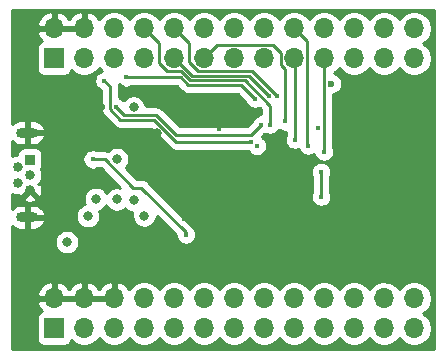
<source format=gbr>
%TF.GenerationSoftware,KiCad,Pcbnew,(5.1.8-0-10_14)*%
%TF.CreationDate,2020-11-28T23:42:33+01:00*%
%TF.ProjectId,FT2232Breakout,46543232-3332-4427-9265-616b6f75742e,rev?*%
%TF.SameCoordinates,Original*%
%TF.FileFunction,Copper,L4,Bot*%
%TF.FilePolarity,Positive*%
%FSLAX46Y46*%
G04 Gerber Fmt 4.6, Leading zero omitted, Abs format (unit mm)*
G04 Created by KiCad (PCBNEW (5.1.8-0-10_14)) date 2020-11-28 23:42:33*
%MOMM*%
%LPD*%
G01*
G04 APERTURE LIST*
%TA.AperFunction,ComponentPad*%
%ADD10O,1.700000X1.700000*%
%TD*%
%TA.AperFunction,ComponentPad*%
%ADD11R,1.700000X1.700000*%
%TD*%
%TA.AperFunction,ComponentPad*%
%ADD12O,1.850000X0.850000*%
%TD*%
%TA.AperFunction,ComponentPad*%
%ADD13C,0.840000*%
%TD*%
%TA.AperFunction,ComponentPad*%
%ADD14R,0.840000X0.840000*%
%TD*%
%TA.AperFunction,ViaPad*%
%ADD15C,0.600000*%
%TD*%
%TA.AperFunction,ViaPad*%
%ADD16C,0.800000*%
%TD*%
%TA.AperFunction,ViaPad*%
%ADD17C,0.450000*%
%TD*%
%TA.AperFunction,Conductor*%
%ADD18C,0.250000*%
%TD*%
%TA.AperFunction,Conductor*%
%ADD19C,0.254000*%
%TD*%
%TA.AperFunction,Conductor*%
%ADD20C,0.100000*%
%TD*%
G04 APERTURE END LIST*
D10*
%TO.P,J103,26*%
%TO.N,/AC7*%
X139700000Y-99060000D03*
%TO.P,J103,25*%
%TO.N,/SUSPEND#*%
X139700000Y-101600000D03*
%TO.P,J103,24*%
%TO.N,/AC5*%
X137160000Y-99060000D03*
%TO.P,J103,23*%
%TO.N,/AC6*%
X137160000Y-101600000D03*
%TO.P,J103,22*%
%TO.N,/AC4*%
X134620000Y-99060000D03*
%TO.P,J103,21*%
%TO.N,/VIO*%
X134620000Y-101600000D03*
%TO.P,J103,20*%
%TO.N,/AC2*%
X132080000Y-99060000D03*
%TO.P,J103,19*%
%TO.N,/AC3*%
X132080000Y-101600000D03*
%TO.P,J103,18*%
%TO.N,/AC0*%
X129540000Y-99060000D03*
%TO.P,J103,17*%
%TO.N,/AC1*%
X129540000Y-101600000D03*
%TO.P,J103,16*%
%TO.N,/AD6*%
X127000000Y-99060000D03*
%TO.P,J103,15*%
%TO.N,/AD7*%
X127000000Y-101600000D03*
%TO.P,J103,14*%
%TO.N,/AD4*%
X124460000Y-99060000D03*
%TO.P,J103,13*%
%TO.N,/AD5*%
X124460000Y-101600000D03*
%TO.P,J103,12*%
%TO.N,/AD3*%
X121920000Y-99060000D03*
%TO.P,J103,11*%
%TO.N,/VIO*%
X121920000Y-101600000D03*
%TO.P,J103,10*%
%TO.N,/AD1*%
X119380000Y-99060000D03*
%TO.P,J103,9*%
%TO.N,/AD2*%
X119380000Y-101600000D03*
%TO.P,J103,8*%
%TO.N,/RESET#*%
X116840000Y-99060000D03*
%TO.P,J103,7*%
%TO.N,/AD0*%
X116840000Y-101600000D03*
%TO.P,J103,6*%
%TO.N,GND*%
X114300000Y-99060000D03*
%TO.P,J103,5*%
%TO.N,+3V3*%
X114300000Y-101600000D03*
%TO.P,J103,4*%
%TO.N,GND*%
X111760000Y-99060000D03*
%TO.P,J103,3*%
%TO.N,+3V3*%
X111760000Y-101600000D03*
%TO.P,J103,2*%
%TO.N,GND*%
X109220000Y-99060000D03*
D11*
%TO.P,J103,1*%
%TO.N,+3V3*%
X109220000Y-101600000D03*
%TD*%
D10*
%TO.P,J102,26*%
%TO.N,/BD0*%
X139700000Y-76200000D03*
%TO.P,J102,25*%
%TO.N,/BD1*%
X139700000Y-78740000D03*
%TO.P,J102,24*%
%TO.N,/BD2*%
X137160000Y-76200000D03*
%TO.P,J102,23*%
%TO.N,/BD3*%
X137160000Y-78740000D03*
%TO.P,J102,22*%
%TO.N,/VIO*%
X134620000Y-76200000D03*
%TO.P,J102,21*%
%TO.N,/BD4*%
X134620000Y-78740000D03*
%TO.P,J102,20*%
%TO.N,/BD5*%
X132080000Y-76200000D03*
%TO.P,J102,19*%
%TO.N,/BD6*%
X132080000Y-78740000D03*
%TO.P,J102,18*%
%TO.N,/BD7*%
X129540000Y-76200000D03*
%TO.P,J102,17*%
%TO.N,/BC0*%
X129540000Y-78740000D03*
%TO.P,J102,16*%
%TO.N,/BC1*%
X127000000Y-76200000D03*
%TO.P,J102,15*%
%TO.N,/BC2*%
X127000000Y-78740000D03*
%TO.P,J102,14*%
%TO.N,/BC3*%
X124460000Y-76200000D03*
%TO.P,J102,13*%
%TO.N,/BC4*%
X124460000Y-78740000D03*
%TO.P,J102,12*%
%TO.N,/VIO*%
X121920000Y-76200000D03*
%TO.P,J102,11*%
%TO.N,/BC5*%
X121920000Y-78740000D03*
%TO.P,J102,10*%
%TO.N,/BC6*%
X119380000Y-76200000D03*
%TO.P,J102,9*%
%TO.N,/BC7*%
X119380000Y-78740000D03*
%TO.P,J102,8*%
%TO.N,/PWREN#*%
X116840000Y-76200000D03*
%TO.P,J102,7*%
%TO.N,/DATA*%
X116840000Y-78740000D03*
%TO.P,J102,6*%
%TO.N,/CLK*%
X114300000Y-76200000D03*
%TO.P,J102,5*%
%TO.N,/CS*%
X114300000Y-78740000D03*
%TO.P,J102,4*%
%TO.N,GND*%
X111760000Y-76200000D03*
%TO.P,J102,3*%
%TO.N,+3V3*%
X111760000Y-78740000D03*
%TO.P,J102,2*%
%TO.N,GND*%
X109220000Y-76200000D03*
D11*
%TO.P,J102,1*%
%TO.N,+5V*%
X109220000Y-78740000D03*
%TD*%
D12*
%TO.P,J101,6*%
%TO.N,GND*%
X106940000Y-92175000D03*
X106940000Y-85025000D03*
D13*
%TO.P,J101,5*%
X107160000Y-89900000D03*
%TO.P,J101,4*%
%TO.N,N/C*%
X106160000Y-89250000D03*
%TO.P,J101,3*%
%TO.N,/USB_D+*%
X107160000Y-88600000D03*
%TO.P,J101,2*%
%TO.N,/USB_D-*%
X106160000Y-87950000D03*
D14*
%TO.P,J101,1*%
%TO.N,/VBUS*%
X107160000Y-87300000D03*
%TD*%
D15*
%TO.N,GND*%
X108690000Y-87390000D03*
D16*
X117320000Y-87160000D03*
X116290000Y-87200000D03*
D17*
X122220000Y-87110000D03*
X119480000Y-87470000D03*
D15*
X119510000Y-81480000D03*
X123650000Y-83110000D03*
D16*
X106110000Y-81450000D03*
D15*
X120320000Y-92250000D03*
X118120000Y-89440000D03*
D16*
X117900000Y-86420000D03*
X117900000Y-85090000D03*
X117290000Y-82510000D03*
X110380000Y-90320000D03*
D17*
X121880000Y-90120000D03*
X121900000Y-89600000D03*
X122120000Y-91110000D03*
X122160000Y-92147000D03*
X123190000Y-84740000D03*
X122760000Y-84350000D03*
X133260000Y-82110000D03*
D15*
X135380000Y-82030000D03*
X113230000Y-82874999D03*
D17*
X133620000Y-85640000D03*
X133470000Y-91600000D03*
X129280000Y-93400000D03*
X131571280Y-84639470D03*
D16*
X106500000Y-94400000D03*
X106000000Y-103000000D03*
X106000000Y-75000000D03*
X141000000Y-75000000D03*
X141000000Y-103000000D03*
X141000000Y-95000000D03*
X141000000Y-90000000D03*
X141000000Y-92000000D03*
X129000000Y-88000000D03*
X128000000Y-91000000D03*
X119300000Y-94400000D03*
X119900000Y-97400000D03*
X137400000Y-97400000D03*
X136500000Y-91000000D03*
X126200000Y-87800000D03*
%TO.N,+3V3*%
X114540000Y-87270000D03*
X112080000Y-92090000D03*
X116850000Y-92050000D03*
X115940000Y-82880000D03*
X114530000Y-90670000D03*
X112740000Y-90640000D03*
X116000000Y-90740000D03*
D15*
X132670000Y-80870000D03*
D16*
X110300000Y-94300000D03*
D17*
%TO.N,+5V*%
X112470000Y-87290000D03*
X120360000Y-93650000D03*
%TO.N,/VIO*%
X131830000Y-90450000D03*
X131830000Y-88330000D03*
%TO.N,/BD6*%
X132080000Y-86630000D03*
%TO.N,/BD7*%
X130730000Y-86130000D03*
%TO.N,/BC0*%
X129600000Y-85620000D03*
%TO.N,/BC5*%
X128770000Y-84080000D03*
%TO.N,/BC6*%
X128072710Y-81922330D03*
%TO.N,/BC7*%
X127410420Y-81934620D03*
%TO.N,/PWREN#*%
X127510000Y-84340000D03*
%TO.N,/DATA*%
X126770000Y-84340000D03*
X114420000Y-82820000D03*
%TO.N,/CLK*%
X126390000Y-86140000D03*
X126242629Y-82147371D03*
X115331297Y-80347295D03*
%TO.N,/CS*%
X125920000Y-85790000D03*
X113470000Y-80620000D03*
%TD*%
D18*
%TO.N,+5V*%
X113514962Y-87290000D02*
X115920000Y-89695038D01*
X112470000Y-87290000D02*
X113514962Y-87290000D01*
X115920000Y-89695038D02*
X116585038Y-89695038D01*
X120360000Y-93470000D02*
X120360000Y-93650000D01*
X116585038Y-89695038D02*
X120360000Y-93470000D01*
%TO.N,/VIO*%
X131830000Y-90450000D02*
X131830000Y-88330000D01*
%TO.N,/BD6*%
X132080000Y-78740000D02*
X132080000Y-86630000D01*
%TO.N,/BD7*%
X130642001Y-86042001D02*
X130730000Y-86130000D01*
X130642001Y-77302001D02*
X130642001Y-86042001D01*
X129540000Y-76200000D02*
X130642001Y-77302001D01*
%TO.N,/BC0*%
X129600000Y-78800000D02*
X129540000Y-78740000D01*
X129600000Y-85620000D02*
X129600000Y-78800000D01*
%TO.N,/BC5*%
X121920000Y-78740000D02*
X123040000Y-77620000D01*
X123040000Y-77620000D02*
X127580000Y-77620000D01*
X127580000Y-77620000D02*
X127770000Y-77620000D01*
X128770000Y-79600962D02*
X128770000Y-84080000D01*
X128437999Y-79268961D02*
X128770000Y-79600962D01*
X128437999Y-78287999D02*
X128437999Y-79268961D01*
X127770000Y-77620000D02*
X128437999Y-78287999D01*
%TO.N,/BC6*%
X120630000Y-79080962D02*
X120630000Y-77450000D01*
X121391039Y-79842001D02*
X120630000Y-79080962D01*
X120630000Y-77450000D02*
X119380000Y-76200000D01*
X125992381Y-79842001D02*
X121391039Y-79842001D01*
X128072710Y-81922330D02*
X125992381Y-79842001D01*
%TO.N,/BC7*%
X127410420Y-81934620D02*
X126071821Y-80596021D01*
X119380000Y-78740000D02*
X120859011Y-80219011D01*
X125694811Y-80219011D02*
X126071821Y-80596021D01*
X120859011Y-80219011D02*
X125694811Y-80219011D01*
%TO.N,/PWREN#*%
X125365859Y-80596021D02*
X127510000Y-82740162D01*
X127510000Y-82740162D02*
X127510000Y-84340000D01*
X118100000Y-77460000D02*
X118100000Y-79153038D01*
X116840000Y-76200000D02*
X118100000Y-77460000D01*
X118100000Y-79153038D02*
X118788963Y-79842001D01*
X118788963Y-79842001D02*
X119948829Y-79842001D01*
X120702849Y-80596021D02*
X125365859Y-80596021D01*
X119948829Y-79842001D02*
X120702849Y-80596021D01*
%TO.N,/DATA*%
X119525135Y-85217001D02*
X125892999Y-85217001D01*
X117871125Y-83562991D02*
X119525135Y-85217001D01*
X115202990Y-83562990D02*
X117871125Y-83562991D01*
X115172001Y-83532001D02*
X115202990Y-83562990D01*
X115132001Y-83532001D02*
X115172001Y-83532001D01*
X125892999Y-85217001D02*
X126770000Y-84340000D01*
X114420000Y-82820000D02*
X115132001Y-83532001D01*
%TO.N,/CLK*%
X125068289Y-80973031D02*
X126242629Y-82147371D01*
X120546686Y-80973030D02*
X125068289Y-80973031D01*
X119920951Y-80347295D02*
X120546686Y-80973030D01*
X115331297Y-80347295D02*
X119920951Y-80347295D01*
%TO.N,/CS*%
X119564962Y-85790000D02*
X117714962Y-83940000D01*
X125920000Y-85790000D02*
X119564962Y-85790000D01*
X113942999Y-83048961D02*
X113942999Y-81092999D01*
X113942999Y-81092999D02*
X113470000Y-80620000D01*
X114834038Y-83940000D02*
X113942999Y-83048961D01*
X117714962Y-83940000D02*
X114834038Y-83940000D01*
%TD*%
D19*
%TO.N,GND*%
X141340001Y-103340000D02*
X105660000Y-103340000D01*
X105660000Y-100750000D01*
X107731928Y-100750000D01*
X107731928Y-102450000D01*
X107744188Y-102574482D01*
X107780498Y-102694180D01*
X107839463Y-102804494D01*
X107918815Y-102901185D01*
X108015506Y-102980537D01*
X108125820Y-103039502D01*
X108245518Y-103075812D01*
X108370000Y-103088072D01*
X110070000Y-103088072D01*
X110194482Y-103075812D01*
X110314180Y-103039502D01*
X110424494Y-102980537D01*
X110521185Y-102901185D01*
X110600537Y-102804494D01*
X110659502Y-102694180D01*
X110681513Y-102621620D01*
X110813368Y-102753475D01*
X111056589Y-102915990D01*
X111326842Y-103027932D01*
X111613740Y-103085000D01*
X111906260Y-103085000D01*
X112193158Y-103027932D01*
X112463411Y-102915990D01*
X112706632Y-102753475D01*
X112913475Y-102546632D01*
X113030000Y-102372240D01*
X113146525Y-102546632D01*
X113353368Y-102753475D01*
X113596589Y-102915990D01*
X113866842Y-103027932D01*
X114153740Y-103085000D01*
X114446260Y-103085000D01*
X114733158Y-103027932D01*
X115003411Y-102915990D01*
X115246632Y-102753475D01*
X115453475Y-102546632D01*
X115570000Y-102372240D01*
X115686525Y-102546632D01*
X115893368Y-102753475D01*
X116136589Y-102915990D01*
X116406842Y-103027932D01*
X116693740Y-103085000D01*
X116986260Y-103085000D01*
X117273158Y-103027932D01*
X117543411Y-102915990D01*
X117786632Y-102753475D01*
X117993475Y-102546632D01*
X118110000Y-102372240D01*
X118226525Y-102546632D01*
X118433368Y-102753475D01*
X118676589Y-102915990D01*
X118946842Y-103027932D01*
X119233740Y-103085000D01*
X119526260Y-103085000D01*
X119813158Y-103027932D01*
X120083411Y-102915990D01*
X120326632Y-102753475D01*
X120533475Y-102546632D01*
X120650000Y-102372240D01*
X120766525Y-102546632D01*
X120973368Y-102753475D01*
X121216589Y-102915990D01*
X121486842Y-103027932D01*
X121773740Y-103085000D01*
X122066260Y-103085000D01*
X122353158Y-103027932D01*
X122623411Y-102915990D01*
X122866632Y-102753475D01*
X123073475Y-102546632D01*
X123190000Y-102372240D01*
X123306525Y-102546632D01*
X123513368Y-102753475D01*
X123756589Y-102915990D01*
X124026842Y-103027932D01*
X124313740Y-103085000D01*
X124606260Y-103085000D01*
X124893158Y-103027932D01*
X125163411Y-102915990D01*
X125406632Y-102753475D01*
X125613475Y-102546632D01*
X125730000Y-102372240D01*
X125846525Y-102546632D01*
X126053368Y-102753475D01*
X126296589Y-102915990D01*
X126566842Y-103027932D01*
X126853740Y-103085000D01*
X127146260Y-103085000D01*
X127433158Y-103027932D01*
X127703411Y-102915990D01*
X127946632Y-102753475D01*
X128153475Y-102546632D01*
X128270000Y-102372240D01*
X128386525Y-102546632D01*
X128593368Y-102753475D01*
X128836589Y-102915990D01*
X129106842Y-103027932D01*
X129393740Y-103085000D01*
X129686260Y-103085000D01*
X129973158Y-103027932D01*
X130243411Y-102915990D01*
X130486632Y-102753475D01*
X130693475Y-102546632D01*
X130810000Y-102372240D01*
X130926525Y-102546632D01*
X131133368Y-102753475D01*
X131376589Y-102915990D01*
X131646842Y-103027932D01*
X131933740Y-103085000D01*
X132226260Y-103085000D01*
X132513158Y-103027932D01*
X132783411Y-102915990D01*
X133026632Y-102753475D01*
X133233475Y-102546632D01*
X133350000Y-102372240D01*
X133466525Y-102546632D01*
X133673368Y-102753475D01*
X133916589Y-102915990D01*
X134186842Y-103027932D01*
X134473740Y-103085000D01*
X134766260Y-103085000D01*
X135053158Y-103027932D01*
X135323411Y-102915990D01*
X135566632Y-102753475D01*
X135773475Y-102546632D01*
X135890000Y-102372240D01*
X136006525Y-102546632D01*
X136213368Y-102753475D01*
X136456589Y-102915990D01*
X136726842Y-103027932D01*
X137013740Y-103085000D01*
X137306260Y-103085000D01*
X137593158Y-103027932D01*
X137863411Y-102915990D01*
X138106632Y-102753475D01*
X138313475Y-102546632D01*
X138430000Y-102372240D01*
X138546525Y-102546632D01*
X138753368Y-102753475D01*
X138996589Y-102915990D01*
X139266842Y-103027932D01*
X139553740Y-103085000D01*
X139846260Y-103085000D01*
X140133158Y-103027932D01*
X140403411Y-102915990D01*
X140646632Y-102753475D01*
X140853475Y-102546632D01*
X141015990Y-102303411D01*
X141127932Y-102033158D01*
X141185000Y-101746260D01*
X141185000Y-101453740D01*
X141127932Y-101166842D01*
X141015990Y-100896589D01*
X140853475Y-100653368D01*
X140646632Y-100446525D01*
X140472240Y-100330000D01*
X140646632Y-100213475D01*
X140853475Y-100006632D01*
X141015990Y-99763411D01*
X141127932Y-99493158D01*
X141185000Y-99206260D01*
X141185000Y-98913740D01*
X141127932Y-98626842D01*
X141015990Y-98356589D01*
X140853475Y-98113368D01*
X140646632Y-97906525D01*
X140403411Y-97744010D01*
X140133158Y-97632068D01*
X139846260Y-97575000D01*
X139553740Y-97575000D01*
X139266842Y-97632068D01*
X138996589Y-97744010D01*
X138753368Y-97906525D01*
X138546525Y-98113368D01*
X138430000Y-98287760D01*
X138313475Y-98113368D01*
X138106632Y-97906525D01*
X137863411Y-97744010D01*
X137593158Y-97632068D01*
X137306260Y-97575000D01*
X137013740Y-97575000D01*
X136726842Y-97632068D01*
X136456589Y-97744010D01*
X136213368Y-97906525D01*
X136006525Y-98113368D01*
X135890000Y-98287760D01*
X135773475Y-98113368D01*
X135566632Y-97906525D01*
X135323411Y-97744010D01*
X135053158Y-97632068D01*
X134766260Y-97575000D01*
X134473740Y-97575000D01*
X134186842Y-97632068D01*
X133916589Y-97744010D01*
X133673368Y-97906525D01*
X133466525Y-98113368D01*
X133350000Y-98287760D01*
X133233475Y-98113368D01*
X133026632Y-97906525D01*
X132783411Y-97744010D01*
X132513158Y-97632068D01*
X132226260Y-97575000D01*
X131933740Y-97575000D01*
X131646842Y-97632068D01*
X131376589Y-97744010D01*
X131133368Y-97906525D01*
X130926525Y-98113368D01*
X130810000Y-98287760D01*
X130693475Y-98113368D01*
X130486632Y-97906525D01*
X130243411Y-97744010D01*
X129973158Y-97632068D01*
X129686260Y-97575000D01*
X129393740Y-97575000D01*
X129106842Y-97632068D01*
X128836589Y-97744010D01*
X128593368Y-97906525D01*
X128386525Y-98113368D01*
X128270000Y-98287760D01*
X128153475Y-98113368D01*
X127946632Y-97906525D01*
X127703411Y-97744010D01*
X127433158Y-97632068D01*
X127146260Y-97575000D01*
X126853740Y-97575000D01*
X126566842Y-97632068D01*
X126296589Y-97744010D01*
X126053368Y-97906525D01*
X125846525Y-98113368D01*
X125730000Y-98287760D01*
X125613475Y-98113368D01*
X125406632Y-97906525D01*
X125163411Y-97744010D01*
X124893158Y-97632068D01*
X124606260Y-97575000D01*
X124313740Y-97575000D01*
X124026842Y-97632068D01*
X123756589Y-97744010D01*
X123513368Y-97906525D01*
X123306525Y-98113368D01*
X123190000Y-98287760D01*
X123073475Y-98113368D01*
X122866632Y-97906525D01*
X122623411Y-97744010D01*
X122353158Y-97632068D01*
X122066260Y-97575000D01*
X121773740Y-97575000D01*
X121486842Y-97632068D01*
X121216589Y-97744010D01*
X120973368Y-97906525D01*
X120766525Y-98113368D01*
X120650000Y-98287760D01*
X120533475Y-98113368D01*
X120326632Y-97906525D01*
X120083411Y-97744010D01*
X119813158Y-97632068D01*
X119526260Y-97575000D01*
X119233740Y-97575000D01*
X118946842Y-97632068D01*
X118676589Y-97744010D01*
X118433368Y-97906525D01*
X118226525Y-98113368D01*
X118110000Y-98287760D01*
X117993475Y-98113368D01*
X117786632Y-97906525D01*
X117543411Y-97744010D01*
X117273158Y-97632068D01*
X116986260Y-97575000D01*
X116693740Y-97575000D01*
X116406842Y-97632068D01*
X116136589Y-97744010D01*
X115893368Y-97906525D01*
X115686525Y-98113368D01*
X115564805Y-98295534D01*
X115495178Y-98178645D01*
X115300269Y-97962412D01*
X115066920Y-97788359D01*
X114804099Y-97663175D01*
X114656890Y-97618524D01*
X114427000Y-97739845D01*
X114427000Y-98933000D01*
X114447000Y-98933000D01*
X114447000Y-99187000D01*
X114427000Y-99187000D01*
X114427000Y-99207000D01*
X114173000Y-99207000D01*
X114173000Y-99187000D01*
X111887000Y-99187000D01*
X111887000Y-99207000D01*
X111633000Y-99207000D01*
X111633000Y-99187000D01*
X109347000Y-99187000D01*
X109347000Y-99207000D01*
X109093000Y-99207000D01*
X109093000Y-99187000D01*
X107899186Y-99187000D01*
X107778519Y-99416891D01*
X107875843Y-99691252D01*
X108024822Y-99941355D01*
X108201626Y-100137502D01*
X108125820Y-100160498D01*
X108015506Y-100219463D01*
X107918815Y-100298815D01*
X107839463Y-100395506D01*
X107780498Y-100505820D01*
X107744188Y-100625518D01*
X107731928Y-100750000D01*
X105660000Y-100750000D01*
X105660000Y-98703109D01*
X107778519Y-98703109D01*
X107899186Y-98933000D01*
X109093000Y-98933000D01*
X109093000Y-97739845D01*
X109347000Y-97739845D01*
X109347000Y-98933000D01*
X111633000Y-98933000D01*
X111633000Y-97739845D01*
X111887000Y-97739845D01*
X111887000Y-98933000D01*
X114173000Y-98933000D01*
X114173000Y-97739845D01*
X113943110Y-97618524D01*
X113795901Y-97663175D01*
X113533080Y-97788359D01*
X113299731Y-97962412D01*
X113104822Y-98178645D01*
X113030000Y-98304255D01*
X112955178Y-98178645D01*
X112760269Y-97962412D01*
X112526920Y-97788359D01*
X112264099Y-97663175D01*
X112116890Y-97618524D01*
X111887000Y-97739845D01*
X111633000Y-97739845D01*
X111403110Y-97618524D01*
X111255901Y-97663175D01*
X110993080Y-97788359D01*
X110759731Y-97962412D01*
X110564822Y-98178645D01*
X110490000Y-98304255D01*
X110415178Y-98178645D01*
X110220269Y-97962412D01*
X109986920Y-97788359D01*
X109724099Y-97663175D01*
X109576890Y-97618524D01*
X109347000Y-97739845D01*
X109093000Y-97739845D01*
X108863110Y-97618524D01*
X108715901Y-97663175D01*
X108453080Y-97788359D01*
X108219731Y-97962412D01*
X108024822Y-98178645D01*
X107875843Y-98428748D01*
X107778519Y-98703109D01*
X105660000Y-98703109D01*
X105660000Y-94198061D01*
X109265000Y-94198061D01*
X109265000Y-94401939D01*
X109304774Y-94601898D01*
X109382795Y-94790256D01*
X109496063Y-94959774D01*
X109640226Y-95103937D01*
X109809744Y-95217205D01*
X109998102Y-95295226D01*
X110198061Y-95335000D01*
X110401939Y-95335000D01*
X110601898Y-95295226D01*
X110790256Y-95217205D01*
X110959774Y-95103937D01*
X111103937Y-94959774D01*
X111217205Y-94790256D01*
X111295226Y-94601898D01*
X111335000Y-94401939D01*
X111335000Y-94198061D01*
X111295226Y-93998102D01*
X111217205Y-93809744D01*
X111103937Y-93640226D01*
X110959774Y-93496063D01*
X110790256Y-93382795D01*
X110601898Y-93304774D01*
X110401939Y-93265000D01*
X110198061Y-93265000D01*
X109998102Y-93304774D01*
X109809744Y-93382795D01*
X109640226Y-93496063D01*
X109496063Y-93640226D01*
X109382795Y-93809744D01*
X109304774Y-93998102D01*
X109265000Y-94198061D01*
X105660000Y-94198061D01*
X105660000Y-92896621D01*
X105745499Y-92985801D01*
X105917023Y-93105712D01*
X106108645Y-93189856D01*
X106313000Y-93235000D01*
X106813000Y-93235000D01*
X106813000Y-92302000D01*
X107067000Y-92302000D01*
X107067000Y-93235000D01*
X107567000Y-93235000D01*
X107771355Y-93189856D01*
X107962977Y-93105712D01*
X108134501Y-92985801D01*
X108279336Y-92834731D01*
X108391916Y-92658308D01*
X108459540Y-92465062D01*
X108332257Y-92302000D01*
X107067000Y-92302000D01*
X106813000Y-92302000D01*
X106793000Y-92302000D01*
X106793000Y-92048000D01*
X106813000Y-92048000D01*
X106813000Y-91115000D01*
X107067000Y-91115000D01*
X107067000Y-92048000D01*
X108332257Y-92048000D01*
X108379044Y-91988061D01*
X111045000Y-91988061D01*
X111045000Y-92191939D01*
X111084774Y-92391898D01*
X111162795Y-92580256D01*
X111276063Y-92749774D01*
X111420226Y-92893937D01*
X111589744Y-93007205D01*
X111778102Y-93085226D01*
X111978061Y-93125000D01*
X112181939Y-93125000D01*
X112381898Y-93085226D01*
X112570256Y-93007205D01*
X112739774Y-92893937D01*
X112883937Y-92749774D01*
X112997205Y-92580256D01*
X113075226Y-92391898D01*
X113115000Y-92191939D01*
X113115000Y-91988061D01*
X113075226Y-91788102D01*
X113014186Y-91640738D01*
X113041898Y-91635226D01*
X113230256Y-91557205D01*
X113399774Y-91443937D01*
X113543937Y-91299774D01*
X113624977Y-91178488D01*
X113726063Y-91329774D01*
X113870226Y-91473937D01*
X114039744Y-91587205D01*
X114228102Y-91665226D01*
X114428061Y-91705000D01*
X114631939Y-91705000D01*
X114831898Y-91665226D01*
X115020256Y-91587205D01*
X115189774Y-91473937D01*
X115230000Y-91433711D01*
X115340226Y-91543937D01*
X115509744Y-91657205D01*
X115698102Y-91735226D01*
X115851275Y-91765694D01*
X115815000Y-91948061D01*
X115815000Y-92151939D01*
X115854774Y-92351898D01*
X115932795Y-92540256D01*
X116046063Y-92709774D01*
X116190226Y-92853937D01*
X116359744Y-92967205D01*
X116548102Y-93045226D01*
X116748061Y-93085000D01*
X116951939Y-93085000D01*
X117151898Y-93045226D01*
X117340256Y-92967205D01*
X117509774Y-92853937D01*
X117653937Y-92709774D01*
X117767205Y-92540256D01*
X117845226Y-92351898D01*
X117885000Y-92151939D01*
X117885000Y-92069802D01*
X119500000Y-93684803D01*
X119500000Y-93734703D01*
X119533049Y-93900853D01*
X119597878Y-94057363D01*
X119691995Y-94198218D01*
X119811782Y-94318005D01*
X119952637Y-94412122D01*
X120109147Y-94476951D01*
X120275297Y-94510000D01*
X120444703Y-94510000D01*
X120610853Y-94476951D01*
X120767363Y-94412122D01*
X120908218Y-94318005D01*
X121028005Y-94198218D01*
X121122122Y-94057363D01*
X121186951Y-93900853D01*
X121220000Y-93734703D01*
X121220000Y-93565297D01*
X121186951Y-93399147D01*
X121122122Y-93242637D01*
X121028005Y-93101782D01*
X121021416Y-93095193D01*
X120994974Y-93045724D01*
X120981811Y-93029685D01*
X120923799Y-92958996D01*
X120923795Y-92958992D01*
X120900001Y-92929999D01*
X120871009Y-92906206D01*
X117148842Y-89184041D01*
X117125039Y-89155037D01*
X117009314Y-89060064D01*
X116877285Y-88989492D01*
X116734024Y-88946035D01*
X116622371Y-88935038D01*
X116622360Y-88935038D01*
X116585038Y-88931362D01*
X116547716Y-88935038D01*
X116234802Y-88935038D01*
X115286737Y-87986974D01*
X115343937Y-87929774D01*
X115457205Y-87760256D01*
X115535226Y-87571898D01*
X115575000Y-87371939D01*
X115575000Y-87168061D01*
X115535226Y-86968102D01*
X115457205Y-86779744D01*
X115343937Y-86610226D01*
X115199774Y-86466063D01*
X115030256Y-86352795D01*
X114841898Y-86274774D01*
X114641939Y-86235000D01*
X114438061Y-86235000D01*
X114238102Y-86274774D01*
X114049744Y-86352795D01*
X113880226Y-86466063D01*
X113772395Y-86573894D01*
X113663948Y-86540997D01*
X113552295Y-86530000D01*
X113552284Y-86530000D01*
X113514962Y-86526324D01*
X113477640Y-86530000D01*
X112880539Y-86530000D01*
X112877363Y-86527878D01*
X112720853Y-86463049D01*
X112554703Y-86430000D01*
X112385297Y-86430000D01*
X112219147Y-86463049D01*
X112062637Y-86527878D01*
X111921782Y-86621995D01*
X111801995Y-86741782D01*
X111707878Y-86882637D01*
X111643049Y-87039147D01*
X111610000Y-87205297D01*
X111610000Y-87374703D01*
X111643049Y-87540853D01*
X111707878Y-87697363D01*
X111801995Y-87838218D01*
X111921782Y-87958005D01*
X112062637Y-88052122D01*
X112219147Y-88116951D01*
X112385297Y-88150000D01*
X112554703Y-88150000D01*
X112720853Y-88116951D01*
X112877363Y-88052122D01*
X112880539Y-88050000D01*
X113200161Y-88050000D01*
X114823205Y-89673045D01*
X114631939Y-89635000D01*
X114428061Y-89635000D01*
X114228102Y-89674774D01*
X114039744Y-89752795D01*
X113870226Y-89866063D01*
X113726063Y-90010226D01*
X113645023Y-90131512D01*
X113543937Y-89980226D01*
X113399774Y-89836063D01*
X113230256Y-89722795D01*
X113041898Y-89644774D01*
X112841939Y-89605000D01*
X112638061Y-89605000D01*
X112438102Y-89644774D01*
X112249744Y-89722795D01*
X112080226Y-89836063D01*
X111936063Y-89980226D01*
X111822795Y-90149744D01*
X111744774Y-90338102D01*
X111705000Y-90538061D01*
X111705000Y-90741939D01*
X111744774Y-90941898D01*
X111805814Y-91089262D01*
X111778102Y-91094774D01*
X111589744Y-91172795D01*
X111420226Y-91286063D01*
X111276063Y-91430226D01*
X111162795Y-91599744D01*
X111084774Y-91788102D01*
X111045000Y-91988061D01*
X108379044Y-91988061D01*
X108459540Y-91884938D01*
X108391916Y-91691692D01*
X108279336Y-91515269D01*
X108134501Y-91364199D01*
X107962977Y-91244288D01*
X107771355Y-91160144D01*
X107567000Y-91115000D01*
X107067000Y-91115000D01*
X106813000Y-91115000D01*
X106313000Y-91115000D01*
X106108645Y-91160144D01*
X105917023Y-91244288D01*
X105745499Y-91364199D01*
X105660000Y-91453379D01*
X105660000Y-90620798D01*
X106618807Y-90620798D01*
X106644119Y-90826115D01*
X106834708Y-90908963D01*
X107037796Y-90953038D01*
X107245582Y-90956645D01*
X107450079Y-90919646D01*
X107643428Y-90843462D01*
X107675881Y-90826115D01*
X107701193Y-90620798D01*
X107160000Y-90079605D01*
X106618807Y-90620798D01*
X105660000Y-90620798D01*
X105660000Y-90184749D01*
X105660270Y-90184929D01*
X105852268Y-90264457D01*
X106056092Y-90305000D01*
X106185636Y-90305000D01*
X106216538Y-90383428D01*
X106233885Y-90415881D01*
X106439202Y-90441193D01*
X106767427Y-90112968D01*
X106832523Y-90069472D01*
X106979472Y-89922523D01*
X107079925Y-89772185D01*
X107145858Y-89706253D01*
X107160000Y-89720395D01*
X107174143Y-89706253D01*
X107353748Y-89885858D01*
X107339605Y-89900000D01*
X107880798Y-90441193D01*
X108086115Y-90415881D01*
X108168963Y-90225292D01*
X108213038Y-90022204D01*
X108216645Y-89814418D01*
X108179646Y-89609921D01*
X108103462Y-89416572D01*
X108086115Y-89384119D01*
X107891828Y-89360167D01*
X107979472Y-89272523D01*
X108094929Y-89099730D01*
X108174457Y-88907732D01*
X108215000Y-88703908D01*
X108215000Y-88496092D01*
X108174457Y-88292268D01*
X108094929Y-88100270D01*
X108092440Y-88096545D01*
X108110537Y-88074494D01*
X108169502Y-87964180D01*
X108205812Y-87844482D01*
X108218072Y-87720000D01*
X108218072Y-86880000D01*
X108205812Y-86755518D01*
X108169502Y-86635820D01*
X108110537Y-86525506D01*
X108031185Y-86428815D01*
X107934494Y-86349463D01*
X107824180Y-86290498D01*
X107704482Y-86254188D01*
X107580000Y-86241928D01*
X106740000Y-86241928D01*
X106615518Y-86254188D01*
X106495820Y-86290498D01*
X106385506Y-86349463D01*
X106288815Y-86428815D01*
X106209463Y-86525506D01*
X106150498Y-86635820D01*
X106114188Y-86755518D01*
X106101928Y-86880000D01*
X106101928Y-86895000D01*
X106056092Y-86895000D01*
X105852268Y-86935543D01*
X105660270Y-87015071D01*
X105660000Y-87015251D01*
X105660000Y-85746621D01*
X105745499Y-85835801D01*
X105917023Y-85955712D01*
X106108645Y-86039856D01*
X106313000Y-86085000D01*
X106813000Y-86085000D01*
X106813000Y-85152000D01*
X107067000Y-85152000D01*
X107067000Y-86085000D01*
X107567000Y-86085000D01*
X107771355Y-86039856D01*
X107962977Y-85955712D01*
X108134501Y-85835801D01*
X108279336Y-85684731D01*
X108391916Y-85508308D01*
X108459540Y-85315062D01*
X108332257Y-85152000D01*
X107067000Y-85152000D01*
X106813000Y-85152000D01*
X106793000Y-85152000D01*
X106793000Y-84898000D01*
X106813000Y-84898000D01*
X106813000Y-83965000D01*
X107067000Y-83965000D01*
X107067000Y-84898000D01*
X108332257Y-84898000D01*
X108459540Y-84734938D01*
X108391916Y-84541692D01*
X108279336Y-84365269D01*
X108134501Y-84214199D01*
X107962977Y-84094288D01*
X107771355Y-84010144D01*
X107567000Y-83965000D01*
X107067000Y-83965000D01*
X106813000Y-83965000D01*
X106313000Y-83965000D01*
X106108645Y-84010144D01*
X105917023Y-84094288D01*
X105745499Y-84214199D01*
X105660000Y-84303379D01*
X105660000Y-77890000D01*
X107731928Y-77890000D01*
X107731928Y-79590000D01*
X107744188Y-79714482D01*
X107780498Y-79834180D01*
X107839463Y-79944494D01*
X107918815Y-80041185D01*
X108015506Y-80120537D01*
X108125820Y-80179502D01*
X108245518Y-80215812D01*
X108370000Y-80228072D01*
X110070000Y-80228072D01*
X110194482Y-80215812D01*
X110314180Y-80179502D01*
X110424494Y-80120537D01*
X110521185Y-80041185D01*
X110600537Y-79944494D01*
X110659502Y-79834180D01*
X110681513Y-79761620D01*
X110813368Y-79893475D01*
X111056589Y-80055990D01*
X111326842Y-80167932D01*
X111613740Y-80225000D01*
X111906260Y-80225000D01*
X112193158Y-80167932D01*
X112463411Y-80055990D01*
X112706632Y-79893475D01*
X112913475Y-79686632D01*
X113030000Y-79512240D01*
X113146525Y-79686632D01*
X113247335Y-79787442D01*
X113219147Y-79793049D01*
X113062637Y-79857878D01*
X112921782Y-79951995D01*
X112801995Y-80071782D01*
X112707878Y-80212637D01*
X112643049Y-80369147D01*
X112610000Y-80535297D01*
X112610000Y-80704703D01*
X112643049Y-80870853D01*
X112707878Y-81027363D01*
X112801995Y-81168218D01*
X112921782Y-81288005D01*
X113062637Y-81382122D01*
X113183000Y-81431978D01*
X113182999Y-83011638D01*
X113179323Y-83048961D01*
X113182999Y-83086283D01*
X113182999Y-83086293D01*
X113193996Y-83197946D01*
X113234357Y-83331002D01*
X113237453Y-83341207D01*
X113308025Y-83473237D01*
X113333139Y-83503838D01*
X113402998Y-83588962D01*
X113432001Y-83612764D01*
X114270243Y-84451008D01*
X114294037Y-84480001D01*
X114323030Y-84503795D01*
X114323034Y-84503799D01*
X114393723Y-84561811D01*
X114409762Y-84574974D01*
X114541791Y-84645546D01*
X114685052Y-84689003D01*
X114796705Y-84700000D01*
X114796714Y-84700000D01*
X114834037Y-84703676D01*
X114871360Y-84700000D01*
X117400161Y-84700000D01*
X119001163Y-86301003D01*
X119024961Y-86330001D01*
X119053959Y-86353799D01*
X119140685Y-86424974D01*
X119211918Y-86463049D01*
X119272715Y-86495546D01*
X119415976Y-86539003D01*
X119527629Y-86550000D01*
X119527638Y-86550000D01*
X119564961Y-86553676D01*
X119602284Y-86550000D01*
X125509461Y-86550000D01*
X125512637Y-86552122D01*
X125669147Y-86616951D01*
X125675177Y-86618150D01*
X125721995Y-86688218D01*
X125841782Y-86808005D01*
X125982637Y-86902122D01*
X126139147Y-86966951D01*
X126305297Y-87000000D01*
X126474703Y-87000000D01*
X126640853Y-86966951D01*
X126797363Y-86902122D01*
X126938218Y-86808005D01*
X127058005Y-86688218D01*
X127152122Y-86547363D01*
X127216951Y-86390853D01*
X127250000Y-86224703D01*
X127250000Y-86055297D01*
X127216951Y-85889147D01*
X127152122Y-85732637D01*
X127058005Y-85591782D01*
X126938218Y-85471995D01*
X126803094Y-85381707D01*
X127017105Y-85167696D01*
X127020853Y-85166951D01*
X127140000Y-85117598D01*
X127259147Y-85166951D01*
X127425297Y-85200000D01*
X127594703Y-85200000D01*
X127760853Y-85166951D01*
X127917363Y-85102122D01*
X128058218Y-85008005D01*
X128178005Y-84888218D01*
X128256287Y-84771061D01*
X128362637Y-84842122D01*
X128519147Y-84906951D01*
X128685297Y-84940000D01*
X128840000Y-84940000D01*
X128840000Y-85209461D01*
X128837878Y-85212637D01*
X128773049Y-85369147D01*
X128740000Y-85535297D01*
X128740000Y-85704703D01*
X128773049Y-85870853D01*
X128837878Y-86027363D01*
X128931995Y-86168218D01*
X129051782Y-86288005D01*
X129192637Y-86382122D01*
X129349147Y-86446951D01*
X129515297Y-86480000D01*
X129684703Y-86480000D01*
X129850853Y-86446951D01*
X129918774Y-86418817D01*
X129967878Y-86537363D01*
X130061995Y-86678218D01*
X130181782Y-86798005D01*
X130322637Y-86892122D01*
X130479147Y-86956951D01*
X130645297Y-86990000D01*
X130814703Y-86990000D01*
X130980853Y-86956951D01*
X131137363Y-86892122D01*
X131241456Y-86822569D01*
X131253049Y-86880853D01*
X131317878Y-87037363D01*
X131411995Y-87178218D01*
X131531782Y-87298005D01*
X131672637Y-87392122D01*
X131829147Y-87456951D01*
X131894749Y-87470000D01*
X131745297Y-87470000D01*
X131579147Y-87503049D01*
X131422637Y-87567878D01*
X131281782Y-87661995D01*
X131161995Y-87781782D01*
X131067878Y-87922637D01*
X131003049Y-88079147D01*
X130970000Y-88245297D01*
X130970000Y-88414703D01*
X131003049Y-88580853D01*
X131067878Y-88737363D01*
X131070001Y-88740540D01*
X131070000Y-90039461D01*
X131067878Y-90042637D01*
X131003049Y-90199147D01*
X130970000Y-90365297D01*
X130970000Y-90534703D01*
X131003049Y-90700853D01*
X131067878Y-90857363D01*
X131161995Y-90998218D01*
X131281782Y-91118005D01*
X131422637Y-91212122D01*
X131579147Y-91276951D01*
X131745297Y-91310000D01*
X131914703Y-91310000D01*
X132080853Y-91276951D01*
X132237363Y-91212122D01*
X132378218Y-91118005D01*
X132498005Y-90998218D01*
X132592122Y-90857363D01*
X132656951Y-90700853D01*
X132690000Y-90534703D01*
X132690000Y-90365297D01*
X132656951Y-90199147D01*
X132592122Y-90042637D01*
X132590000Y-90039461D01*
X132590000Y-88740539D01*
X132592122Y-88737363D01*
X132656951Y-88580853D01*
X132690000Y-88414703D01*
X132690000Y-88245297D01*
X132656951Y-88079147D01*
X132592122Y-87922637D01*
X132498005Y-87781782D01*
X132378218Y-87661995D01*
X132237363Y-87567878D01*
X132080853Y-87503049D01*
X132015251Y-87490000D01*
X132164703Y-87490000D01*
X132330853Y-87456951D01*
X132487363Y-87392122D01*
X132628218Y-87298005D01*
X132748005Y-87178218D01*
X132842122Y-87037363D01*
X132906951Y-86880853D01*
X132940000Y-86714703D01*
X132940000Y-86545297D01*
X132906951Y-86379147D01*
X132842122Y-86222637D01*
X132840000Y-86219461D01*
X132840000Y-81789502D01*
X132942729Y-81769068D01*
X133112889Y-81698586D01*
X133266028Y-81596262D01*
X133396262Y-81466028D01*
X133498586Y-81312889D01*
X133569068Y-81142729D01*
X133605000Y-80962089D01*
X133605000Y-80777911D01*
X133569068Y-80597271D01*
X133498586Y-80427111D01*
X133396262Y-80273972D01*
X133266028Y-80143738D01*
X133112889Y-80041414D01*
X132942729Y-79970932D01*
X132918055Y-79966024D01*
X133026632Y-79893475D01*
X133233475Y-79686632D01*
X133350000Y-79512240D01*
X133466525Y-79686632D01*
X133673368Y-79893475D01*
X133916589Y-80055990D01*
X134186842Y-80167932D01*
X134473740Y-80225000D01*
X134766260Y-80225000D01*
X135053158Y-80167932D01*
X135323411Y-80055990D01*
X135566632Y-79893475D01*
X135773475Y-79686632D01*
X135890000Y-79512240D01*
X136006525Y-79686632D01*
X136213368Y-79893475D01*
X136456589Y-80055990D01*
X136726842Y-80167932D01*
X137013740Y-80225000D01*
X137306260Y-80225000D01*
X137593158Y-80167932D01*
X137863411Y-80055990D01*
X138106632Y-79893475D01*
X138313475Y-79686632D01*
X138430000Y-79512240D01*
X138546525Y-79686632D01*
X138753368Y-79893475D01*
X138996589Y-80055990D01*
X139266842Y-80167932D01*
X139553740Y-80225000D01*
X139846260Y-80225000D01*
X140133158Y-80167932D01*
X140403411Y-80055990D01*
X140646632Y-79893475D01*
X140853475Y-79686632D01*
X141015990Y-79443411D01*
X141127932Y-79173158D01*
X141185000Y-78886260D01*
X141185000Y-78593740D01*
X141127932Y-78306842D01*
X141015990Y-78036589D01*
X140853475Y-77793368D01*
X140646632Y-77586525D01*
X140472240Y-77470000D01*
X140646632Y-77353475D01*
X140853475Y-77146632D01*
X141015990Y-76903411D01*
X141127932Y-76633158D01*
X141185000Y-76346260D01*
X141185000Y-76053740D01*
X141127932Y-75766842D01*
X141015990Y-75496589D01*
X140853475Y-75253368D01*
X140646632Y-75046525D01*
X140403411Y-74884010D01*
X140133158Y-74772068D01*
X139846260Y-74715000D01*
X139553740Y-74715000D01*
X139266842Y-74772068D01*
X138996589Y-74884010D01*
X138753368Y-75046525D01*
X138546525Y-75253368D01*
X138430000Y-75427760D01*
X138313475Y-75253368D01*
X138106632Y-75046525D01*
X137863411Y-74884010D01*
X137593158Y-74772068D01*
X137306260Y-74715000D01*
X137013740Y-74715000D01*
X136726842Y-74772068D01*
X136456589Y-74884010D01*
X136213368Y-75046525D01*
X136006525Y-75253368D01*
X135890000Y-75427760D01*
X135773475Y-75253368D01*
X135566632Y-75046525D01*
X135323411Y-74884010D01*
X135053158Y-74772068D01*
X134766260Y-74715000D01*
X134473740Y-74715000D01*
X134186842Y-74772068D01*
X133916589Y-74884010D01*
X133673368Y-75046525D01*
X133466525Y-75253368D01*
X133350000Y-75427760D01*
X133233475Y-75253368D01*
X133026632Y-75046525D01*
X132783411Y-74884010D01*
X132513158Y-74772068D01*
X132226260Y-74715000D01*
X131933740Y-74715000D01*
X131646842Y-74772068D01*
X131376589Y-74884010D01*
X131133368Y-75046525D01*
X130926525Y-75253368D01*
X130810000Y-75427760D01*
X130693475Y-75253368D01*
X130486632Y-75046525D01*
X130243411Y-74884010D01*
X129973158Y-74772068D01*
X129686260Y-74715000D01*
X129393740Y-74715000D01*
X129106842Y-74772068D01*
X128836589Y-74884010D01*
X128593368Y-75046525D01*
X128386525Y-75253368D01*
X128270000Y-75427760D01*
X128153475Y-75253368D01*
X127946632Y-75046525D01*
X127703411Y-74884010D01*
X127433158Y-74772068D01*
X127146260Y-74715000D01*
X126853740Y-74715000D01*
X126566842Y-74772068D01*
X126296589Y-74884010D01*
X126053368Y-75046525D01*
X125846525Y-75253368D01*
X125730000Y-75427760D01*
X125613475Y-75253368D01*
X125406632Y-75046525D01*
X125163411Y-74884010D01*
X124893158Y-74772068D01*
X124606260Y-74715000D01*
X124313740Y-74715000D01*
X124026842Y-74772068D01*
X123756589Y-74884010D01*
X123513368Y-75046525D01*
X123306525Y-75253368D01*
X123190000Y-75427760D01*
X123073475Y-75253368D01*
X122866632Y-75046525D01*
X122623411Y-74884010D01*
X122353158Y-74772068D01*
X122066260Y-74715000D01*
X121773740Y-74715000D01*
X121486842Y-74772068D01*
X121216589Y-74884010D01*
X120973368Y-75046525D01*
X120766525Y-75253368D01*
X120650000Y-75427760D01*
X120533475Y-75253368D01*
X120326632Y-75046525D01*
X120083411Y-74884010D01*
X119813158Y-74772068D01*
X119526260Y-74715000D01*
X119233740Y-74715000D01*
X118946842Y-74772068D01*
X118676589Y-74884010D01*
X118433368Y-75046525D01*
X118226525Y-75253368D01*
X118110000Y-75427760D01*
X117993475Y-75253368D01*
X117786632Y-75046525D01*
X117543411Y-74884010D01*
X117273158Y-74772068D01*
X116986260Y-74715000D01*
X116693740Y-74715000D01*
X116406842Y-74772068D01*
X116136589Y-74884010D01*
X115893368Y-75046525D01*
X115686525Y-75253368D01*
X115570000Y-75427760D01*
X115453475Y-75253368D01*
X115246632Y-75046525D01*
X115003411Y-74884010D01*
X114733158Y-74772068D01*
X114446260Y-74715000D01*
X114153740Y-74715000D01*
X113866842Y-74772068D01*
X113596589Y-74884010D01*
X113353368Y-75046525D01*
X113146525Y-75253368D01*
X113024805Y-75435534D01*
X112955178Y-75318645D01*
X112760269Y-75102412D01*
X112526920Y-74928359D01*
X112264099Y-74803175D01*
X112116890Y-74758524D01*
X111887000Y-74879845D01*
X111887000Y-76073000D01*
X111907000Y-76073000D01*
X111907000Y-76327000D01*
X111887000Y-76327000D01*
X111887000Y-76347000D01*
X111633000Y-76347000D01*
X111633000Y-76327000D01*
X109347000Y-76327000D01*
X109347000Y-76347000D01*
X109093000Y-76347000D01*
X109093000Y-76327000D01*
X107899186Y-76327000D01*
X107778519Y-76556891D01*
X107875843Y-76831252D01*
X108024822Y-77081355D01*
X108201626Y-77277502D01*
X108125820Y-77300498D01*
X108015506Y-77359463D01*
X107918815Y-77438815D01*
X107839463Y-77535506D01*
X107780498Y-77645820D01*
X107744188Y-77765518D01*
X107731928Y-77890000D01*
X105660000Y-77890000D01*
X105660000Y-75843109D01*
X107778519Y-75843109D01*
X107899186Y-76073000D01*
X109093000Y-76073000D01*
X109093000Y-74879845D01*
X109347000Y-74879845D01*
X109347000Y-76073000D01*
X111633000Y-76073000D01*
X111633000Y-74879845D01*
X111403110Y-74758524D01*
X111255901Y-74803175D01*
X110993080Y-74928359D01*
X110759731Y-75102412D01*
X110564822Y-75318645D01*
X110490000Y-75444255D01*
X110415178Y-75318645D01*
X110220269Y-75102412D01*
X109986920Y-74928359D01*
X109724099Y-74803175D01*
X109576890Y-74758524D01*
X109347000Y-74879845D01*
X109093000Y-74879845D01*
X108863110Y-74758524D01*
X108715901Y-74803175D01*
X108453080Y-74928359D01*
X108219731Y-75102412D01*
X108024822Y-75318645D01*
X107875843Y-75568748D01*
X107778519Y-75843109D01*
X105660000Y-75843109D01*
X105660000Y-74660000D01*
X141340000Y-74660000D01*
X141340001Y-103340000D01*
%TA.AperFunction,Conductor*%
D20*
G36*
X141340001Y-103340000D02*
G01*
X105660000Y-103340000D01*
X105660000Y-100750000D01*
X107731928Y-100750000D01*
X107731928Y-102450000D01*
X107744188Y-102574482D01*
X107780498Y-102694180D01*
X107839463Y-102804494D01*
X107918815Y-102901185D01*
X108015506Y-102980537D01*
X108125820Y-103039502D01*
X108245518Y-103075812D01*
X108370000Y-103088072D01*
X110070000Y-103088072D01*
X110194482Y-103075812D01*
X110314180Y-103039502D01*
X110424494Y-102980537D01*
X110521185Y-102901185D01*
X110600537Y-102804494D01*
X110659502Y-102694180D01*
X110681513Y-102621620D01*
X110813368Y-102753475D01*
X111056589Y-102915990D01*
X111326842Y-103027932D01*
X111613740Y-103085000D01*
X111906260Y-103085000D01*
X112193158Y-103027932D01*
X112463411Y-102915990D01*
X112706632Y-102753475D01*
X112913475Y-102546632D01*
X113030000Y-102372240D01*
X113146525Y-102546632D01*
X113353368Y-102753475D01*
X113596589Y-102915990D01*
X113866842Y-103027932D01*
X114153740Y-103085000D01*
X114446260Y-103085000D01*
X114733158Y-103027932D01*
X115003411Y-102915990D01*
X115246632Y-102753475D01*
X115453475Y-102546632D01*
X115570000Y-102372240D01*
X115686525Y-102546632D01*
X115893368Y-102753475D01*
X116136589Y-102915990D01*
X116406842Y-103027932D01*
X116693740Y-103085000D01*
X116986260Y-103085000D01*
X117273158Y-103027932D01*
X117543411Y-102915990D01*
X117786632Y-102753475D01*
X117993475Y-102546632D01*
X118110000Y-102372240D01*
X118226525Y-102546632D01*
X118433368Y-102753475D01*
X118676589Y-102915990D01*
X118946842Y-103027932D01*
X119233740Y-103085000D01*
X119526260Y-103085000D01*
X119813158Y-103027932D01*
X120083411Y-102915990D01*
X120326632Y-102753475D01*
X120533475Y-102546632D01*
X120650000Y-102372240D01*
X120766525Y-102546632D01*
X120973368Y-102753475D01*
X121216589Y-102915990D01*
X121486842Y-103027932D01*
X121773740Y-103085000D01*
X122066260Y-103085000D01*
X122353158Y-103027932D01*
X122623411Y-102915990D01*
X122866632Y-102753475D01*
X123073475Y-102546632D01*
X123190000Y-102372240D01*
X123306525Y-102546632D01*
X123513368Y-102753475D01*
X123756589Y-102915990D01*
X124026842Y-103027932D01*
X124313740Y-103085000D01*
X124606260Y-103085000D01*
X124893158Y-103027932D01*
X125163411Y-102915990D01*
X125406632Y-102753475D01*
X125613475Y-102546632D01*
X125730000Y-102372240D01*
X125846525Y-102546632D01*
X126053368Y-102753475D01*
X126296589Y-102915990D01*
X126566842Y-103027932D01*
X126853740Y-103085000D01*
X127146260Y-103085000D01*
X127433158Y-103027932D01*
X127703411Y-102915990D01*
X127946632Y-102753475D01*
X128153475Y-102546632D01*
X128270000Y-102372240D01*
X128386525Y-102546632D01*
X128593368Y-102753475D01*
X128836589Y-102915990D01*
X129106842Y-103027932D01*
X129393740Y-103085000D01*
X129686260Y-103085000D01*
X129973158Y-103027932D01*
X130243411Y-102915990D01*
X130486632Y-102753475D01*
X130693475Y-102546632D01*
X130810000Y-102372240D01*
X130926525Y-102546632D01*
X131133368Y-102753475D01*
X131376589Y-102915990D01*
X131646842Y-103027932D01*
X131933740Y-103085000D01*
X132226260Y-103085000D01*
X132513158Y-103027932D01*
X132783411Y-102915990D01*
X133026632Y-102753475D01*
X133233475Y-102546632D01*
X133350000Y-102372240D01*
X133466525Y-102546632D01*
X133673368Y-102753475D01*
X133916589Y-102915990D01*
X134186842Y-103027932D01*
X134473740Y-103085000D01*
X134766260Y-103085000D01*
X135053158Y-103027932D01*
X135323411Y-102915990D01*
X135566632Y-102753475D01*
X135773475Y-102546632D01*
X135890000Y-102372240D01*
X136006525Y-102546632D01*
X136213368Y-102753475D01*
X136456589Y-102915990D01*
X136726842Y-103027932D01*
X137013740Y-103085000D01*
X137306260Y-103085000D01*
X137593158Y-103027932D01*
X137863411Y-102915990D01*
X138106632Y-102753475D01*
X138313475Y-102546632D01*
X138430000Y-102372240D01*
X138546525Y-102546632D01*
X138753368Y-102753475D01*
X138996589Y-102915990D01*
X139266842Y-103027932D01*
X139553740Y-103085000D01*
X139846260Y-103085000D01*
X140133158Y-103027932D01*
X140403411Y-102915990D01*
X140646632Y-102753475D01*
X140853475Y-102546632D01*
X141015990Y-102303411D01*
X141127932Y-102033158D01*
X141185000Y-101746260D01*
X141185000Y-101453740D01*
X141127932Y-101166842D01*
X141015990Y-100896589D01*
X140853475Y-100653368D01*
X140646632Y-100446525D01*
X140472240Y-100330000D01*
X140646632Y-100213475D01*
X140853475Y-100006632D01*
X141015990Y-99763411D01*
X141127932Y-99493158D01*
X141185000Y-99206260D01*
X141185000Y-98913740D01*
X141127932Y-98626842D01*
X141015990Y-98356589D01*
X140853475Y-98113368D01*
X140646632Y-97906525D01*
X140403411Y-97744010D01*
X140133158Y-97632068D01*
X139846260Y-97575000D01*
X139553740Y-97575000D01*
X139266842Y-97632068D01*
X138996589Y-97744010D01*
X138753368Y-97906525D01*
X138546525Y-98113368D01*
X138430000Y-98287760D01*
X138313475Y-98113368D01*
X138106632Y-97906525D01*
X137863411Y-97744010D01*
X137593158Y-97632068D01*
X137306260Y-97575000D01*
X137013740Y-97575000D01*
X136726842Y-97632068D01*
X136456589Y-97744010D01*
X136213368Y-97906525D01*
X136006525Y-98113368D01*
X135890000Y-98287760D01*
X135773475Y-98113368D01*
X135566632Y-97906525D01*
X135323411Y-97744010D01*
X135053158Y-97632068D01*
X134766260Y-97575000D01*
X134473740Y-97575000D01*
X134186842Y-97632068D01*
X133916589Y-97744010D01*
X133673368Y-97906525D01*
X133466525Y-98113368D01*
X133350000Y-98287760D01*
X133233475Y-98113368D01*
X133026632Y-97906525D01*
X132783411Y-97744010D01*
X132513158Y-97632068D01*
X132226260Y-97575000D01*
X131933740Y-97575000D01*
X131646842Y-97632068D01*
X131376589Y-97744010D01*
X131133368Y-97906525D01*
X130926525Y-98113368D01*
X130810000Y-98287760D01*
X130693475Y-98113368D01*
X130486632Y-97906525D01*
X130243411Y-97744010D01*
X129973158Y-97632068D01*
X129686260Y-97575000D01*
X129393740Y-97575000D01*
X129106842Y-97632068D01*
X128836589Y-97744010D01*
X128593368Y-97906525D01*
X128386525Y-98113368D01*
X128270000Y-98287760D01*
X128153475Y-98113368D01*
X127946632Y-97906525D01*
X127703411Y-97744010D01*
X127433158Y-97632068D01*
X127146260Y-97575000D01*
X126853740Y-97575000D01*
X126566842Y-97632068D01*
X126296589Y-97744010D01*
X126053368Y-97906525D01*
X125846525Y-98113368D01*
X125730000Y-98287760D01*
X125613475Y-98113368D01*
X125406632Y-97906525D01*
X125163411Y-97744010D01*
X124893158Y-97632068D01*
X124606260Y-97575000D01*
X124313740Y-97575000D01*
X124026842Y-97632068D01*
X123756589Y-97744010D01*
X123513368Y-97906525D01*
X123306525Y-98113368D01*
X123190000Y-98287760D01*
X123073475Y-98113368D01*
X122866632Y-97906525D01*
X122623411Y-97744010D01*
X122353158Y-97632068D01*
X122066260Y-97575000D01*
X121773740Y-97575000D01*
X121486842Y-97632068D01*
X121216589Y-97744010D01*
X120973368Y-97906525D01*
X120766525Y-98113368D01*
X120650000Y-98287760D01*
X120533475Y-98113368D01*
X120326632Y-97906525D01*
X120083411Y-97744010D01*
X119813158Y-97632068D01*
X119526260Y-97575000D01*
X119233740Y-97575000D01*
X118946842Y-97632068D01*
X118676589Y-97744010D01*
X118433368Y-97906525D01*
X118226525Y-98113368D01*
X118110000Y-98287760D01*
X117993475Y-98113368D01*
X117786632Y-97906525D01*
X117543411Y-97744010D01*
X117273158Y-97632068D01*
X116986260Y-97575000D01*
X116693740Y-97575000D01*
X116406842Y-97632068D01*
X116136589Y-97744010D01*
X115893368Y-97906525D01*
X115686525Y-98113368D01*
X115564805Y-98295534D01*
X115495178Y-98178645D01*
X115300269Y-97962412D01*
X115066920Y-97788359D01*
X114804099Y-97663175D01*
X114656890Y-97618524D01*
X114427000Y-97739845D01*
X114427000Y-98933000D01*
X114447000Y-98933000D01*
X114447000Y-99187000D01*
X114427000Y-99187000D01*
X114427000Y-99207000D01*
X114173000Y-99207000D01*
X114173000Y-99187000D01*
X111887000Y-99187000D01*
X111887000Y-99207000D01*
X111633000Y-99207000D01*
X111633000Y-99187000D01*
X109347000Y-99187000D01*
X109347000Y-99207000D01*
X109093000Y-99207000D01*
X109093000Y-99187000D01*
X107899186Y-99187000D01*
X107778519Y-99416891D01*
X107875843Y-99691252D01*
X108024822Y-99941355D01*
X108201626Y-100137502D01*
X108125820Y-100160498D01*
X108015506Y-100219463D01*
X107918815Y-100298815D01*
X107839463Y-100395506D01*
X107780498Y-100505820D01*
X107744188Y-100625518D01*
X107731928Y-100750000D01*
X105660000Y-100750000D01*
X105660000Y-98703109D01*
X107778519Y-98703109D01*
X107899186Y-98933000D01*
X109093000Y-98933000D01*
X109093000Y-97739845D01*
X109347000Y-97739845D01*
X109347000Y-98933000D01*
X111633000Y-98933000D01*
X111633000Y-97739845D01*
X111887000Y-97739845D01*
X111887000Y-98933000D01*
X114173000Y-98933000D01*
X114173000Y-97739845D01*
X113943110Y-97618524D01*
X113795901Y-97663175D01*
X113533080Y-97788359D01*
X113299731Y-97962412D01*
X113104822Y-98178645D01*
X113030000Y-98304255D01*
X112955178Y-98178645D01*
X112760269Y-97962412D01*
X112526920Y-97788359D01*
X112264099Y-97663175D01*
X112116890Y-97618524D01*
X111887000Y-97739845D01*
X111633000Y-97739845D01*
X111403110Y-97618524D01*
X111255901Y-97663175D01*
X110993080Y-97788359D01*
X110759731Y-97962412D01*
X110564822Y-98178645D01*
X110490000Y-98304255D01*
X110415178Y-98178645D01*
X110220269Y-97962412D01*
X109986920Y-97788359D01*
X109724099Y-97663175D01*
X109576890Y-97618524D01*
X109347000Y-97739845D01*
X109093000Y-97739845D01*
X108863110Y-97618524D01*
X108715901Y-97663175D01*
X108453080Y-97788359D01*
X108219731Y-97962412D01*
X108024822Y-98178645D01*
X107875843Y-98428748D01*
X107778519Y-98703109D01*
X105660000Y-98703109D01*
X105660000Y-94198061D01*
X109265000Y-94198061D01*
X109265000Y-94401939D01*
X109304774Y-94601898D01*
X109382795Y-94790256D01*
X109496063Y-94959774D01*
X109640226Y-95103937D01*
X109809744Y-95217205D01*
X109998102Y-95295226D01*
X110198061Y-95335000D01*
X110401939Y-95335000D01*
X110601898Y-95295226D01*
X110790256Y-95217205D01*
X110959774Y-95103937D01*
X111103937Y-94959774D01*
X111217205Y-94790256D01*
X111295226Y-94601898D01*
X111335000Y-94401939D01*
X111335000Y-94198061D01*
X111295226Y-93998102D01*
X111217205Y-93809744D01*
X111103937Y-93640226D01*
X110959774Y-93496063D01*
X110790256Y-93382795D01*
X110601898Y-93304774D01*
X110401939Y-93265000D01*
X110198061Y-93265000D01*
X109998102Y-93304774D01*
X109809744Y-93382795D01*
X109640226Y-93496063D01*
X109496063Y-93640226D01*
X109382795Y-93809744D01*
X109304774Y-93998102D01*
X109265000Y-94198061D01*
X105660000Y-94198061D01*
X105660000Y-92896621D01*
X105745499Y-92985801D01*
X105917023Y-93105712D01*
X106108645Y-93189856D01*
X106313000Y-93235000D01*
X106813000Y-93235000D01*
X106813000Y-92302000D01*
X107067000Y-92302000D01*
X107067000Y-93235000D01*
X107567000Y-93235000D01*
X107771355Y-93189856D01*
X107962977Y-93105712D01*
X108134501Y-92985801D01*
X108279336Y-92834731D01*
X108391916Y-92658308D01*
X108459540Y-92465062D01*
X108332257Y-92302000D01*
X107067000Y-92302000D01*
X106813000Y-92302000D01*
X106793000Y-92302000D01*
X106793000Y-92048000D01*
X106813000Y-92048000D01*
X106813000Y-91115000D01*
X107067000Y-91115000D01*
X107067000Y-92048000D01*
X108332257Y-92048000D01*
X108379044Y-91988061D01*
X111045000Y-91988061D01*
X111045000Y-92191939D01*
X111084774Y-92391898D01*
X111162795Y-92580256D01*
X111276063Y-92749774D01*
X111420226Y-92893937D01*
X111589744Y-93007205D01*
X111778102Y-93085226D01*
X111978061Y-93125000D01*
X112181939Y-93125000D01*
X112381898Y-93085226D01*
X112570256Y-93007205D01*
X112739774Y-92893937D01*
X112883937Y-92749774D01*
X112997205Y-92580256D01*
X113075226Y-92391898D01*
X113115000Y-92191939D01*
X113115000Y-91988061D01*
X113075226Y-91788102D01*
X113014186Y-91640738D01*
X113041898Y-91635226D01*
X113230256Y-91557205D01*
X113399774Y-91443937D01*
X113543937Y-91299774D01*
X113624977Y-91178488D01*
X113726063Y-91329774D01*
X113870226Y-91473937D01*
X114039744Y-91587205D01*
X114228102Y-91665226D01*
X114428061Y-91705000D01*
X114631939Y-91705000D01*
X114831898Y-91665226D01*
X115020256Y-91587205D01*
X115189774Y-91473937D01*
X115230000Y-91433711D01*
X115340226Y-91543937D01*
X115509744Y-91657205D01*
X115698102Y-91735226D01*
X115851275Y-91765694D01*
X115815000Y-91948061D01*
X115815000Y-92151939D01*
X115854774Y-92351898D01*
X115932795Y-92540256D01*
X116046063Y-92709774D01*
X116190226Y-92853937D01*
X116359744Y-92967205D01*
X116548102Y-93045226D01*
X116748061Y-93085000D01*
X116951939Y-93085000D01*
X117151898Y-93045226D01*
X117340256Y-92967205D01*
X117509774Y-92853937D01*
X117653937Y-92709774D01*
X117767205Y-92540256D01*
X117845226Y-92351898D01*
X117885000Y-92151939D01*
X117885000Y-92069802D01*
X119500000Y-93684803D01*
X119500000Y-93734703D01*
X119533049Y-93900853D01*
X119597878Y-94057363D01*
X119691995Y-94198218D01*
X119811782Y-94318005D01*
X119952637Y-94412122D01*
X120109147Y-94476951D01*
X120275297Y-94510000D01*
X120444703Y-94510000D01*
X120610853Y-94476951D01*
X120767363Y-94412122D01*
X120908218Y-94318005D01*
X121028005Y-94198218D01*
X121122122Y-94057363D01*
X121186951Y-93900853D01*
X121220000Y-93734703D01*
X121220000Y-93565297D01*
X121186951Y-93399147D01*
X121122122Y-93242637D01*
X121028005Y-93101782D01*
X121021416Y-93095193D01*
X120994974Y-93045724D01*
X120981811Y-93029685D01*
X120923799Y-92958996D01*
X120923795Y-92958992D01*
X120900001Y-92929999D01*
X120871009Y-92906206D01*
X117148842Y-89184041D01*
X117125039Y-89155037D01*
X117009314Y-89060064D01*
X116877285Y-88989492D01*
X116734024Y-88946035D01*
X116622371Y-88935038D01*
X116622360Y-88935038D01*
X116585038Y-88931362D01*
X116547716Y-88935038D01*
X116234802Y-88935038D01*
X115286737Y-87986974D01*
X115343937Y-87929774D01*
X115457205Y-87760256D01*
X115535226Y-87571898D01*
X115575000Y-87371939D01*
X115575000Y-87168061D01*
X115535226Y-86968102D01*
X115457205Y-86779744D01*
X115343937Y-86610226D01*
X115199774Y-86466063D01*
X115030256Y-86352795D01*
X114841898Y-86274774D01*
X114641939Y-86235000D01*
X114438061Y-86235000D01*
X114238102Y-86274774D01*
X114049744Y-86352795D01*
X113880226Y-86466063D01*
X113772395Y-86573894D01*
X113663948Y-86540997D01*
X113552295Y-86530000D01*
X113552284Y-86530000D01*
X113514962Y-86526324D01*
X113477640Y-86530000D01*
X112880539Y-86530000D01*
X112877363Y-86527878D01*
X112720853Y-86463049D01*
X112554703Y-86430000D01*
X112385297Y-86430000D01*
X112219147Y-86463049D01*
X112062637Y-86527878D01*
X111921782Y-86621995D01*
X111801995Y-86741782D01*
X111707878Y-86882637D01*
X111643049Y-87039147D01*
X111610000Y-87205297D01*
X111610000Y-87374703D01*
X111643049Y-87540853D01*
X111707878Y-87697363D01*
X111801995Y-87838218D01*
X111921782Y-87958005D01*
X112062637Y-88052122D01*
X112219147Y-88116951D01*
X112385297Y-88150000D01*
X112554703Y-88150000D01*
X112720853Y-88116951D01*
X112877363Y-88052122D01*
X112880539Y-88050000D01*
X113200161Y-88050000D01*
X114823205Y-89673045D01*
X114631939Y-89635000D01*
X114428061Y-89635000D01*
X114228102Y-89674774D01*
X114039744Y-89752795D01*
X113870226Y-89866063D01*
X113726063Y-90010226D01*
X113645023Y-90131512D01*
X113543937Y-89980226D01*
X113399774Y-89836063D01*
X113230256Y-89722795D01*
X113041898Y-89644774D01*
X112841939Y-89605000D01*
X112638061Y-89605000D01*
X112438102Y-89644774D01*
X112249744Y-89722795D01*
X112080226Y-89836063D01*
X111936063Y-89980226D01*
X111822795Y-90149744D01*
X111744774Y-90338102D01*
X111705000Y-90538061D01*
X111705000Y-90741939D01*
X111744774Y-90941898D01*
X111805814Y-91089262D01*
X111778102Y-91094774D01*
X111589744Y-91172795D01*
X111420226Y-91286063D01*
X111276063Y-91430226D01*
X111162795Y-91599744D01*
X111084774Y-91788102D01*
X111045000Y-91988061D01*
X108379044Y-91988061D01*
X108459540Y-91884938D01*
X108391916Y-91691692D01*
X108279336Y-91515269D01*
X108134501Y-91364199D01*
X107962977Y-91244288D01*
X107771355Y-91160144D01*
X107567000Y-91115000D01*
X107067000Y-91115000D01*
X106813000Y-91115000D01*
X106313000Y-91115000D01*
X106108645Y-91160144D01*
X105917023Y-91244288D01*
X105745499Y-91364199D01*
X105660000Y-91453379D01*
X105660000Y-90620798D01*
X106618807Y-90620798D01*
X106644119Y-90826115D01*
X106834708Y-90908963D01*
X107037796Y-90953038D01*
X107245582Y-90956645D01*
X107450079Y-90919646D01*
X107643428Y-90843462D01*
X107675881Y-90826115D01*
X107701193Y-90620798D01*
X107160000Y-90079605D01*
X106618807Y-90620798D01*
X105660000Y-90620798D01*
X105660000Y-90184749D01*
X105660270Y-90184929D01*
X105852268Y-90264457D01*
X106056092Y-90305000D01*
X106185636Y-90305000D01*
X106216538Y-90383428D01*
X106233885Y-90415881D01*
X106439202Y-90441193D01*
X106767427Y-90112968D01*
X106832523Y-90069472D01*
X106979472Y-89922523D01*
X107079925Y-89772185D01*
X107145858Y-89706253D01*
X107160000Y-89720395D01*
X107174143Y-89706253D01*
X107353748Y-89885858D01*
X107339605Y-89900000D01*
X107880798Y-90441193D01*
X108086115Y-90415881D01*
X108168963Y-90225292D01*
X108213038Y-90022204D01*
X108216645Y-89814418D01*
X108179646Y-89609921D01*
X108103462Y-89416572D01*
X108086115Y-89384119D01*
X107891828Y-89360167D01*
X107979472Y-89272523D01*
X108094929Y-89099730D01*
X108174457Y-88907732D01*
X108215000Y-88703908D01*
X108215000Y-88496092D01*
X108174457Y-88292268D01*
X108094929Y-88100270D01*
X108092440Y-88096545D01*
X108110537Y-88074494D01*
X108169502Y-87964180D01*
X108205812Y-87844482D01*
X108218072Y-87720000D01*
X108218072Y-86880000D01*
X108205812Y-86755518D01*
X108169502Y-86635820D01*
X108110537Y-86525506D01*
X108031185Y-86428815D01*
X107934494Y-86349463D01*
X107824180Y-86290498D01*
X107704482Y-86254188D01*
X107580000Y-86241928D01*
X106740000Y-86241928D01*
X106615518Y-86254188D01*
X106495820Y-86290498D01*
X106385506Y-86349463D01*
X106288815Y-86428815D01*
X106209463Y-86525506D01*
X106150498Y-86635820D01*
X106114188Y-86755518D01*
X106101928Y-86880000D01*
X106101928Y-86895000D01*
X106056092Y-86895000D01*
X105852268Y-86935543D01*
X105660270Y-87015071D01*
X105660000Y-87015251D01*
X105660000Y-85746621D01*
X105745499Y-85835801D01*
X105917023Y-85955712D01*
X106108645Y-86039856D01*
X106313000Y-86085000D01*
X106813000Y-86085000D01*
X106813000Y-85152000D01*
X107067000Y-85152000D01*
X107067000Y-86085000D01*
X107567000Y-86085000D01*
X107771355Y-86039856D01*
X107962977Y-85955712D01*
X108134501Y-85835801D01*
X108279336Y-85684731D01*
X108391916Y-85508308D01*
X108459540Y-85315062D01*
X108332257Y-85152000D01*
X107067000Y-85152000D01*
X106813000Y-85152000D01*
X106793000Y-85152000D01*
X106793000Y-84898000D01*
X106813000Y-84898000D01*
X106813000Y-83965000D01*
X107067000Y-83965000D01*
X107067000Y-84898000D01*
X108332257Y-84898000D01*
X108459540Y-84734938D01*
X108391916Y-84541692D01*
X108279336Y-84365269D01*
X108134501Y-84214199D01*
X107962977Y-84094288D01*
X107771355Y-84010144D01*
X107567000Y-83965000D01*
X107067000Y-83965000D01*
X106813000Y-83965000D01*
X106313000Y-83965000D01*
X106108645Y-84010144D01*
X105917023Y-84094288D01*
X105745499Y-84214199D01*
X105660000Y-84303379D01*
X105660000Y-77890000D01*
X107731928Y-77890000D01*
X107731928Y-79590000D01*
X107744188Y-79714482D01*
X107780498Y-79834180D01*
X107839463Y-79944494D01*
X107918815Y-80041185D01*
X108015506Y-80120537D01*
X108125820Y-80179502D01*
X108245518Y-80215812D01*
X108370000Y-80228072D01*
X110070000Y-80228072D01*
X110194482Y-80215812D01*
X110314180Y-80179502D01*
X110424494Y-80120537D01*
X110521185Y-80041185D01*
X110600537Y-79944494D01*
X110659502Y-79834180D01*
X110681513Y-79761620D01*
X110813368Y-79893475D01*
X111056589Y-80055990D01*
X111326842Y-80167932D01*
X111613740Y-80225000D01*
X111906260Y-80225000D01*
X112193158Y-80167932D01*
X112463411Y-80055990D01*
X112706632Y-79893475D01*
X112913475Y-79686632D01*
X113030000Y-79512240D01*
X113146525Y-79686632D01*
X113247335Y-79787442D01*
X113219147Y-79793049D01*
X113062637Y-79857878D01*
X112921782Y-79951995D01*
X112801995Y-80071782D01*
X112707878Y-80212637D01*
X112643049Y-80369147D01*
X112610000Y-80535297D01*
X112610000Y-80704703D01*
X112643049Y-80870853D01*
X112707878Y-81027363D01*
X112801995Y-81168218D01*
X112921782Y-81288005D01*
X113062637Y-81382122D01*
X113183000Y-81431978D01*
X113182999Y-83011638D01*
X113179323Y-83048961D01*
X113182999Y-83086283D01*
X113182999Y-83086293D01*
X113193996Y-83197946D01*
X113234357Y-83331002D01*
X113237453Y-83341207D01*
X113308025Y-83473237D01*
X113333139Y-83503838D01*
X113402998Y-83588962D01*
X113432001Y-83612764D01*
X114270243Y-84451008D01*
X114294037Y-84480001D01*
X114323030Y-84503795D01*
X114323034Y-84503799D01*
X114393723Y-84561811D01*
X114409762Y-84574974D01*
X114541791Y-84645546D01*
X114685052Y-84689003D01*
X114796705Y-84700000D01*
X114796714Y-84700000D01*
X114834037Y-84703676D01*
X114871360Y-84700000D01*
X117400161Y-84700000D01*
X119001163Y-86301003D01*
X119024961Y-86330001D01*
X119053959Y-86353799D01*
X119140685Y-86424974D01*
X119211918Y-86463049D01*
X119272715Y-86495546D01*
X119415976Y-86539003D01*
X119527629Y-86550000D01*
X119527638Y-86550000D01*
X119564961Y-86553676D01*
X119602284Y-86550000D01*
X125509461Y-86550000D01*
X125512637Y-86552122D01*
X125669147Y-86616951D01*
X125675177Y-86618150D01*
X125721995Y-86688218D01*
X125841782Y-86808005D01*
X125982637Y-86902122D01*
X126139147Y-86966951D01*
X126305297Y-87000000D01*
X126474703Y-87000000D01*
X126640853Y-86966951D01*
X126797363Y-86902122D01*
X126938218Y-86808005D01*
X127058005Y-86688218D01*
X127152122Y-86547363D01*
X127216951Y-86390853D01*
X127250000Y-86224703D01*
X127250000Y-86055297D01*
X127216951Y-85889147D01*
X127152122Y-85732637D01*
X127058005Y-85591782D01*
X126938218Y-85471995D01*
X126803094Y-85381707D01*
X127017105Y-85167696D01*
X127020853Y-85166951D01*
X127140000Y-85117598D01*
X127259147Y-85166951D01*
X127425297Y-85200000D01*
X127594703Y-85200000D01*
X127760853Y-85166951D01*
X127917363Y-85102122D01*
X128058218Y-85008005D01*
X128178005Y-84888218D01*
X128256287Y-84771061D01*
X128362637Y-84842122D01*
X128519147Y-84906951D01*
X128685297Y-84940000D01*
X128840000Y-84940000D01*
X128840000Y-85209461D01*
X128837878Y-85212637D01*
X128773049Y-85369147D01*
X128740000Y-85535297D01*
X128740000Y-85704703D01*
X128773049Y-85870853D01*
X128837878Y-86027363D01*
X128931995Y-86168218D01*
X129051782Y-86288005D01*
X129192637Y-86382122D01*
X129349147Y-86446951D01*
X129515297Y-86480000D01*
X129684703Y-86480000D01*
X129850853Y-86446951D01*
X129918774Y-86418817D01*
X129967878Y-86537363D01*
X130061995Y-86678218D01*
X130181782Y-86798005D01*
X130322637Y-86892122D01*
X130479147Y-86956951D01*
X130645297Y-86990000D01*
X130814703Y-86990000D01*
X130980853Y-86956951D01*
X131137363Y-86892122D01*
X131241456Y-86822569D01*
X131253049Y-86880853D01*
X131317878Y-87037363D01*
X131411995Y-87178218D01*
X131531782Y-87298005D01*
X131672637Y-87392122D01*
X131829147Y-87456951D01*
X131894749Y-87470000D01*
X131745297Y-87470000D01*
X131579147Y-87503049D01*
X131422637Y-87567878D01*
X131281782Y-87661995D01*
X131161995Y-87781782D01*
X131067878Y-87922637D01*
X131003049Y-88079147D01*
X130970000Y-88245297D01*
X130970000Y-88414703D01*
X131003049Y-88580853D01*
X131067878Y-88737363D01*
X131070001Y-88740540D01*
X131070000Y-90039461D01*
X131067878Y-90042637D01*
X131003049Y-90199147D01*
X130970000Y-90365297D01*
X130970000Y-90534703D01*
X131003049Y-90700853D01*
X131067878Y-90857363D01*
X131161995Y-90998218D01*
X131281782Y-91118005D01*
X131422637Y-91212122D01*
X131579147Y-91276951D01*
X131745297Y-91310000D01*
X131914703Y-91310000D01*
X132080853Y-91276951D01*
X132237363Y-91212122D01*
X132378218Y-91118005D01*
X132498005Y-90998218D01*
X132592122Y-90857363D01*
X132656951Y-90700853D01*
X132690000Y-90534703D01*
X132690000Y-90365297D01*
X132656951Y-90199147D01*
X132592122Y-90042637D01*
X132590000Y-90039461D01*
X132590000Y-88740539D01*
X132592122Y-88737363D01*
X132656951Y-88580853D01*
X132690000Y-88414703D01*
X132690000Y-88245297D01*
X132656951Y-88079147D01*
X132592122Y-87922637D01*
X132498005Y-87781782D01*
X132378218Y-87661995D01*
X132237363Y-87567878D01*
X132080853Y-87503049D01*
X132015251Y-87490000D01*
X132164703Y-87490000D01*
X132330853Y-87456951D01*
X132487363Y-87392122D01*
X132628218Y-87298005D01*
X132748005Y-87178218D01*
X132842122Y-87037363D01*
X132906951Y-86880853D01*
X132940000Y-86714703D01*
X132940000Y-86545297D01*
X132906951Y-86379147D01*
X132842122Y-86222637D01*
X132840000Y-86219461D01*
X132840000Y-81789502D01*
X132942729Y-81769068D01*
X133112889Y-81698586D01*
X133266028Y-81596262D01*
X133396262Y-81466028D01*
X133498586Y-81312889D01*
X133569068Y-81142729D01*
X133605000Y-80962089D01*
X133605000Y-80777911D01*
X133569068Y-80597271D01*
X133498586Y-80427111D01*
X133396262Y-80273972D01*
X133266028Y-80143738D01*
X133112889Y-80041414D01*
X132942729Y-79970932D01*
X132918055Y-79966024D01*
X133026632Y-79893475D01*
X133233475Y-79686632D01*
X133350000Y-79512240D01*
X133466525Y-79686632D01*
X133673368Y-79893475D01*
X133916589Y-80055990D01*
X134186842Y-80167932D01*
X134473740Y-80225000D01*
X134766260Y-80225000D01*
X135053158Y-80167932D01*
X135323411Y-80055990D01*
X135566632Y-79893475D01*
X135773475Y-79686632D01*
X135890000Y-79512240D01*
X136006525Y-79686632D01*
X136213368Y-79893475D01*
X136456589Y-80055990D01*
X136726842Y-80167932D01*
X137013740Y-80225000D01*
X137306260Y-80225000D01*
X137593158Y-80167932D01*
X137863411Y-80055990D01*
X138106632Y-79893475D01*
X138313475Y-79686632D01*
X138430000Y-79512240D01*
X138546525Y-79686632D01*
X138753368Y-79893475D01*
X138996589Y-80055990D01*
X139266842Y-80167932D01*
X139553740Y-80225000D01*
X139846260Y-80225000D01*
X140133158Y-80167932D01*
X140403411Y-80055990D01*
X140646632Y-79893475D01*
X140853475Y-79686632D01*
X141015990Y-79443411D01*
X141127932Y-79173158D01*
X141185000Y-78886260D01*
X141185000Y-78593740D01*
X141127932Y-78306842D01*
X141015990Y-78036589D01*
X140853475Y-77793368D01*
X140646632Y-77586525D01*
X140472240Y-77470000D01*
X140646632Y-77353475D01*
X140853475Y-77146632D01*
X141015990Y-76903411D01*
X141127932Y-76633158D01*
X141185000Y-76346260D01*
X141185000Y-76053740D01*
X141127932Y-75766842D01*
X141015990Y-75496589D01*
X140853475Y-75253368D01*
X140646632Y-75046525D01*
X140403411Y-74884010D01*
X140133158Y-74772068D01*
X139846260Y-74715000D01*
X139553740Y-74715000D01*
X139266842Y-74772068D01*
X138996589Y-74884010D01*
X138753368Y-75046525D01*
X138546525Y-75253368D01*
X138430000Y-75427760D01*
X138313475Y-75253368D01*
X138106632Y-75046525D01*
X137863411Y-74884010D01*
X137593158Y-74772068D01*
X137306260Y-74715000D01*
X137013740Y-74715000D01*
X136726842Y-74772068D01*
X136456589Y-74884010D01*
X136213368Y-75046525D01*
X136006525Y-75253368D01*
X135890000Y-75427760D01*
X135773475Y-75253368D01*
X135566632Y-75046525D01*
X135323411Y-74884010D01*
X135053158Y-74772068D01*
X134766260Y-74715000D01*
X134473740Y-74715000D01*
X134186842Y-74772068D01*
X133916589Y-74884010D01*
X133673368Y-75046525D01*
X133466525Y-75253368D01*
X133350000Y-75427760D01*
X133233475Y-75253368D01*
X133026632Y-75046525D01*
X132783411Y-74884010D01*
X132513158Y-74772068D01*
X132226260Y-74715000D01*
X131933740Y-74715000D01*
X131646842Y-74772068D01*
X131376589Y-74884010D01*
X131133368Y-75046525D01*
X130926525Y-75253368D01*
X130810000Y-75427760D01*
X130693475Y-75253368D01*
X130486632Y-75046525D01*
X130243411Y-74884010D01*
X129973158Y-74772068D01*
X129686260Y-74715000D01*
X129393740Y-74715000D01*
X129106842Y-74772068D01*
X128836589Y-74884010D01*
X128593368Y-75046525D01*
X128386525Y-75253368D01*
X128270000Y-75427760D01*
X128153475Y-75253368D01*
X127946632Y-75046525D01*
X127703411Y-74884010D01*
X127433158Y-74772068D01*
X127146260Y-74715000D01*
X126853740Y-74715000D01*
X126566842Y-74772068D01*
X126296589Y-74884010D01*
X126053368Y-75046525D01*
X125846525Y-75253368D01*
X125730000Y-75427760D01*
X125613475Y-75253368D01*
X125406632Y-75046525D01*
X125163411Y-74884010D01*
X124893158Y-74772068D01*
X124606260Y-74715000D01*
X124313740Y-74715000D01*
X124026842Y-74772068D01*
X123756589Y-74884010D01*
X123513368Y-75046525D01*
X123306525Y-75253368D01*
X123190000Y-75427760D01*
X123073475Y-75253368D01*
X122866632Y-75046525D01*
X122623411Y-74884010D01*
X122353158Y-74772068D01*
X122066260Y-74715000D01*
X121773740Y-74715000D01*
X121486842Y-74772068D01*
X121216589Y-74884010D01*
X120973368Y-75046525D01*
X120766525Y-75253368D01*
X120650000Y-75427760D01*
X120533475Y-75253368D01*
X120326632Y-75046525D01*
X120083411Y-74884010D01*
X119813158Y-74772068D01*
X119526260Y-74715000D01*
X119233740Y-74715000D01*
X118946842Y-74772068D01*
X118676589Y-74884010D01*
X118433368Y-75046525D01*
X118226525Y-75253368D01*
X118110000Y-75427760D01*
X117993475Y-75253368D01*
X117786632Y-75046525D01*
X117543411Y-74884010D01*
X117273158Y-74772068D01*
X116986260Y-74715000D01*
X116693740Y-74715000D01*
X116406842Y-74772068D01*
X116136589Y-74884010D01*
X115893368Y-75046525D01*
X115686525Y-75253368D01*
X115570000Y-75427760D01*
X115453475Y-75253368D01*
X115246632Y-75046525D01*
X115003411Y-74884010D01*
X114733158Y-74772068D01*
X114446260Y-74715000D01*
X114153740Y-74715000D01*
X113866842Y-74772068D01*
X113596589Y-74884010D01*
X113353368Y-75046525D01*
X113146525Y-75253368D01*
X113024805Y-75435534D01*
X112955178Y-75318645D01*
X112760269Y-75102412D01*
X112526920Y-74928359D01*
X112264099Y-74803175D01*
X112116890Y-74758524D01*
X111887000Y-74879845D01*
X111887000Y-76073000D01*
X111907000Y-76073000D01*
X111907000Y-76327000D01*
X111887000Y-76327000D01*
X111887000Y-76347000D01*
X111633000Y-76347000D01*
X111633000Y-76327000D01*
X109347000Y-76327000D01*
X109347000Y-76347000D01*
X109093000Y-76347000D01*
X109093000Y-76327000D01*
X107899186Y-76327000D01*
X107778519Y-76556891D01*
X107875843Y-76831252D01*
X108024822Y-77081355D01*
X108201626Y-77277502D01*
X108125820Y-77300498D01*
X108015506Y-77359463D01*
X107918815Y-77438815D01*
X107839463Y-77535506D01*
X107780498Y-77645820D01*
X107744188Y-77765518D01*
X107731928Y-77890000D01*
X105660000Y-77890000D01*
X105660000Y-75843109D01*
X107778519Y-75843109D01*
X107899186Y-76073000D01*
X109093000Y-76073000D01*
X109093000Y-74879845D01*
X109347000Y-74879845D01*
X109347000Y-76073000D01*
X111633000Y-76073000D01*
X111633000Y-74879845D01*
X111403110Y-74758524D01*
X111255901Y-74803175D01*
X110993080Y-74928359D01*
X110759731Y-75102412D01*
X110564822Y-75318645D01*
X110490000Y-75444255D01*
X110415178Y-75318645D01*
X110220269Y-75102412D01*
X109986920Y-74928359D01*
X109724099Y-74803175D01*
X109576890Y-74758524D01*
X109347000Y-74879845D01*
X109093000Y-74879845D01*
X108863110Y-74758524D01*
X108715901Y-74803175D01*
X108453080Y-74928359D01*
X108219731Y-75102412D01*
X108024822Y-75318645D01*
X107875843Y-75568748D01*
X107778519Y-75843109D01*
X105660000Y-75843109D01*
X105660000Y-74660000D01*
X141340000Y-74660000D01*
X141340001Y-103340000D01*
G37*
%TD.AperFunction*%
D19*
X114783079Y-81015300D02*
X114923934Y-81109417D01*
X115080444Y-81174246D01*
X115246594Y-81207295D01*
X115416000Y-81207295D01*
X115582150Y-81174246D01*
X115738660Y-81109417D01*
X115741836Y-81107295D01*
X119606150Y-81107295D01*
X119982891Y-81484037D01*
X120006685Y-81513030D01*
X120035678Y-81536824D01*
X120035683Y-81536829D01*
X120122409Y-81608004D01*
X120254439Y-81678576D01*
X120397700Y-81722032D01*
X120546686Y-81736706D01*
X120584018Y-81733029D01*
X124753488Y-81733031D01*
X125414933Y-82394476D01*
X125415678Y-82398224D01*
X125480507Y-82554734D01*
X125574624Y-82695589D01*
X125694411Y-82815376D01*
X125835266Y-82909493D01*
X125991776Y-82974322D01*
X126157926Y-83007371D01*
X126327332Y-83007371D01*
X126493482Y-82974322D01*
X126617845Y-82922809D01*
X126750000Y-83054964D01*
X126750000Y-83480000D01*
X126685297Y-83480000D01*
X126519147Y-83513049D01*
X126362637Y-83577878D01*
X126221782Y-83671995D01*
X126101995Y-83791782D01*
X126007878Y-83932637D01*
X125943049Y-84089147D01*
X125942304Y-84092895D01*
X125578198Y-84457001D01*
X119839938Y-84457001D01*
X118434923Y-83051988D01*
X118411126Y-83022991D01*
X118382127Y-82999192D01*
X118295401Y-82928017D01*
X118163371Y-82857445D01*
X118061207Y-82826455D01*
X118020111Y-82813989D01*
X117908458Y-82802992D01*
X117871125Y-82799315D01*
X117833793Y-82802992D01*
X116975000Y-82802991D01*
X116975000Y-82778061D01*
X116935226Y-82578102D01*
X116857205Y-82389744D01*
X116743937Y-82220226D01*
X116599774Y-82076063D01*
X116430256Y-81962795D01*
X116241898Y-81884774D01*
X116041939Y-81845000D01*
X115838061Y-81845000D01*
X115638102Y-81884774D01*
X115449744Y-81962795D01*
X115280226Y-82076063D01*
X115136063Y-82220226D01*
X115094810Y-82281966D01*
X115088005Y-82271782D01*
X114968218Y-82151995D01*
X114827363Y-82057878D01*
X114702999Y-82006364D01*
X114702999Y-81130332D01*
X114706676Y-81092999D01*
X114692002Y-80944013D01*
X114683385Y-80915606D01*
X114783079Y-81015300D01*
%TA.AperFunction,Conductor*%
D20*
G36*
X114783079Y-81015300D02*
G01*
X114923934Y-81109417D01*
X115080444Y-81174246D01*
X115246594Y-81207295D01*
X115416000Y-81207295D01*
X115582150Y-81174246D01*
X115738660Y-81109417D01*
X115741836Y-81107295D01*
X119606150Y-81107295D01*
X119982891Y-81484037D01*
X120006685Y-81513030D01*
X120035678Y-81536824D01*
X120035683Y-81536829D01*
X120122409Y-81608004D01*
X120254439Y-81678576D01*
X120397700Y-81722032D01*
X120546686Y-81736706D01*
X120584018Y-81733029D01*
X124753488Y-81733031D01*
X125414933Y-82394476D01*
X125415678Y-82398224D01*
X125480507Y-82554734D01*
X125574624Y-82695589D01*
X125694411Y-82815376D01*
X125835266Y-82909493D01*
X125991776Y-82974322D01*
X126157926Y-83007371D01*
X126327332Y-83007371D01*
X126493482Y-82974322D01*
X126617845Y-82922809D01*
X126750000Y-83054964D01*
X126750000Y-83480000D01*
X126685297Y-83480000D01*
X126519147Y-83513049D01*
X126362637Y-83577878D01*
X126221782Y-83671995D01*
X126101995Y-83791782D01*
X126007878Y-83932637D01*
X125943049Y-84089147D01*
X125942304Y-84092895D01*
X125578198Y-84457001D01*
X119839938Y-84457001D01*
X118434923Y-83051988D01*
X118411126Y-83022991D01*
X118382127Y-82999192D01*
X118295401Y-82928017D01*
X118163371Y-82857445D01*
X118061207Y-82826455D01*
X118020111Y-82813989D01*
X117908458Y-82802992D01*
X117871125Y-82799315D01*
X117833793Y-82802992D01*
X116975000Y-82802991D01*
X116975000Y-82778061D01*
X116935226Y-82578102D01*
X116857205Y-82389744D01*
X116743937Y-82220226D01*
X116599774Y-82076063D01*
X116430256Y-81962795D01*
X116241898Y-81884774D01*
X116041939Y-81845000D01*
X115838061Y-81845000D01*
X115638102Y-81884774D01*
X115449744Y-81962795D01*
X115280226Y-82076063D01*
X115136063Y-82220226D01*
X115094810Y-82281966D01*
X115088005Y-82271782D01*
X114968218Y-82151995D01*
X114827363Y-82057878D01*
X114702999Y-82006364D01*
X114702999Y-81130332D01*
X114706676Y-81092999D01*
X114692002Y-80944013D01*
X114683385Y-80915606D01*
X114783079Y-81015300D01*
G37*
%TD.AperFunction*%
%TD*%
M02*

</source>
